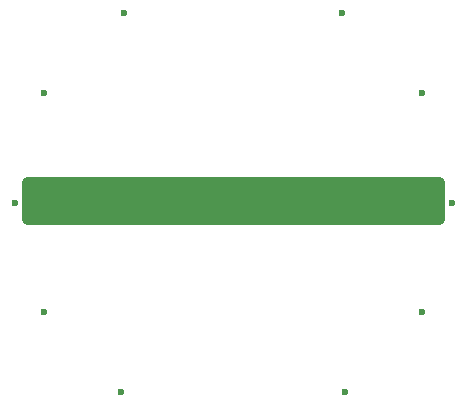
<source format=gts>
%TF.GenerationSoftware,KiCad,Pcbnew,8.0.7*%
%TF.CreationDate,2024-12-04T22:18:42-06:00*%
%TF.ProjectId,b4,62342e6b-6963-4616-945f-706362585858,rev?*%
%TF.SameCoordinates,Original*%
%TF.FileFunction,Soldermask,Top*%
%TF.FilePolarity,Negative*%
%FSLAX46Y46*%
G04 Gerber Fmt 4.6, Leading zero omitted, Abs format (unit mm)*
G04 Created by KiCad (PCBNEW 8.0.7) date 2024-12-04 22:18:42*
%MOMM*%
%LPD*%
G01*
G04 APERTURE LIST*
%ADD10C,1.000000*%
%ADD11C,0.600000*%
G04 APERTURE END LIST*
D10*
X132600000Y-48300000D02*
X167400000Y-48300000D01*
X167400000Y-51400000D01*
X132600000Y-51400000D01*
X132600000Y-48300000D01*
G36*
X132600000Y-48300000D02*
G01*
X167400000Y-48300000D01*
X167400000Y-51400000D01*
X132600000Y-51400000D01*
X132600000Y-48300000D01*
G37*
D11*
%TO.C,T51*%
X133978530Y-40750000D03*
%TD*%
%TO.C,T43*%
X166021469Y-40750000D03*
%TD*%
%TO.C,T50*%
X131500000Y-50000000D03*
%TD*%
%TO.C,T48*%
X140500000Y-66021469D03*
%TD*%
%TO.C,T44*%
X168500000Y-50000000D03*
%TD*%
%TO.C,T45*%
X166021469Y-59250000D03*
%TD*%
%TO.C,T46*%
X159500000Y-66021469D03*
%TD*%
%TO.C,T52*%
X140750000Y-33978530D03*
%TD*%
%TO.C,T49*%
X133978530Y-59250000D03*
%TD*%
%TO.C,T42*%
X159250000Y-33978530D03*
%TD*%
M02*

</source>
